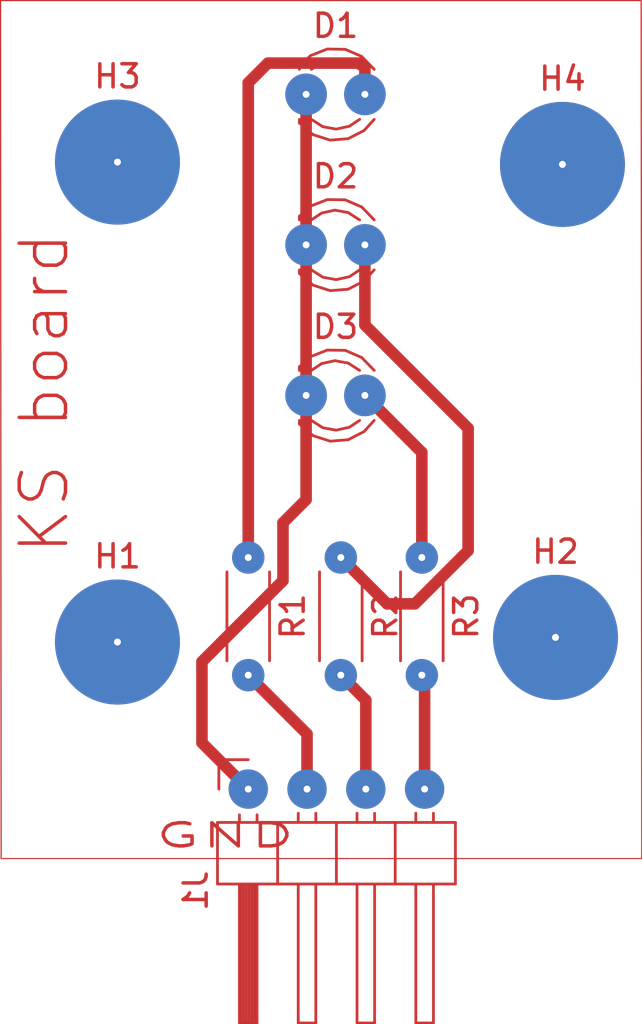
<source format=kicad_pcb>
(kicad_pcb (version 4) (host Gerbview "(5.1.6)-1")

  (layers 
    (0 F.Cu signal)
    (31 B.Cu signal)
    (32 B.Adhes user)
    (33 F.Adhes user)
    (34 B.Paste user)
    (35 F.Paste user)
    (36 B.SilkS user)
    (37 F.SilkS user)
    (38 B.Mask user)
    (39 F.Mask user)
    (40 Dwgs.User user)
    (41 Cmts.User user)
    (42 Eco1.User user)
    (43 Eco2.User user)
    (44 Edge.Cuts user)
  )

 (via (at 147.575 79.02500000000001) (size 5.4) (layers F.Cu B.Cu))
 (via (at 128.35 78.925) (size 5.4) (layers F.Cu B.Cu))
 (via (at 147.275 99.45) (size 5.4) (layers F.Cu B.Cu))
 (via (at 128.35 99.65000000000001) (size 5.4) (layers F.Cu B.Cu))
 (via (at 141.62 106) (size 1.7) (layers F.Cu B.Cu))
 (via (at 139.08 106) (size 1.7) (layers F.Cu B.Cu))
 (via (at 136.54 106) (size 1.7) (layers F.Cu B.Cu))
 (via (at 134 106) (size 1.7) (layers F.Cu B.Cu))
 (via (at 141.5 101.08) (size 1.4) (layers F.Cu B.Cu))
 (via (at 141.5 96) (size 1.4) (layers F.Cu B.Cu))
 (via (at 138 101.08) (size 1.4) (layers F.Cu B.Cu))
 (via (at 138 96) (size 1.4) (layers F.Cu B.Cu))
 (via (at 134 101.08) (size 1.4) (layers F.Cu B.Cu))
 (via (at 134 96) (size 1.4) (layers F.Cu B.Cu))
 (via (at 139.04 89) (size 1.8) (layers F.Cu B.Cu))
 (via (at 136.5 89) (size 1.8) (layers F.Cu B.Cu))
 (via (at 139.04 82.5) (size 1.8) (layers F.Cu B.Cu))
 (via (at 136.5 82.5) (size 1.8) (layers F.Cu B.Cu))
 (via (at 139.04 76) (size 1.8) (layers F.Cu B.Cu))
 (via (at 136.5 76) (size 1.8) (layers F.Cu B.Cu))
(segment (start 132.67 107.44) (end 142.95 107.44) (width 0.12) (layer F.Cu) (net 0))
(segment (start 142.95 107.44) (end 142.95 110.1) (width 0.12) (layer F.Cu) (net 0))
(segment (start 142.95 110.1) (end 132.67 110.1) (width 0.12) (layer F.Cu) (net 0))
(segment (start 132.67 110.1) (end 132.67 107.44) (width 0.12) (layer F.Cu) (net 0))
(segment (start 133.62 110.1) (end 133.62 116.1) (width 0.12) (layer F.Cu) (net 0))
(segment (start 133.62 116.1) (end 134.38 116.1) (width 0.12) (layer F.Cu) (net 0))
(segment (start 134.38 116.1) (end 134.38 110.1) (width 0.12) (layer F.Cu) (net 0))
(segment (start 133.68 110.1) (end 133.68 116.1) (width 0.12) (layer F.Cu) (net 0))
(segment (start 133.8 110.1) (end 133.8 116.1) (width 0.12) (layer F.Cu) (net 0))
(segment (start 133.92 110.1) (end 133.92 116.1) (width 0.12) (layer F.Cu) (net 0))
(segment (start 134.04 110.1) (end 134.04 116.1) (width 0.12) (layer F.Cu) (net 0))
(segment (start 134.16 110.1) (end 134.16 116.1) (width 0.12) (layer F.Cu) (net 0))
(segment (start 134.28 110.1) (end 134.28 116.1) (width 0.12) (layer F.Cu) (net 0))
(segment (start 133.62 107.11) (end 133.62 107.44) (width 0.12) (layer F.Cu) (net 0))
(segment (start 134.38 107.11) (end 134.38 107.44) (width 0.12) (layer F.Cu) (net 0))
(segment (start 135.27 107.44) (end 135.27 110.1) (width 0.12) (layer F.Cu) (net 0))
(segment (start 136.16 110.1) (end 136.16 116.1) (width 0.12) (layer F.Cu) (net 0))
(segment (start 136.16 116.1) (end 136.92 116.1) (width 0.12) (layer F.Cu) (net 0))
(segment (start 136.92 116.1) (end 136.92 110.1) (width 0.12) (layer F.Cu) (net 0))
(segment (start 136.16 107.04293) (end 136.16 107.44) (width 0.12) (layer F.Cu) (net 0))
(segment (start 136.92 107.04293) (end 136.92 107.44) (width 0.12) (layer F.Cu) (net 0))
(segment (start 137.81 107.44) (end 137.81 110.1) (width 0.12) (layer F.Cu) (net 0))
(segment (start 138.7 110.1) (end 138.7 116.1) (width 0.12) (layer F.Cu) (net 0))
(segment (start 138.7 116.1) (end 139.46 116.1) (width 0.12) (layer F.Cu) (net 0))
(segment (start 139.46 116.1) (end 139.46 110.1) (width 0.12) (layer F.Cu) (net 0))
(segment (start 138.7 107.04293) (end 138.7 107.44) (width 0.12) (layer F.Cu) (net 0))
(segment (start 139.46 107.04293) (end 139.46 107.44) (width 0.12) (layer F.Cu) (net 0))
(segment (start 140.35 107.44) (end 140.35 110.1) (width 0.12) (layer F.Cu) (net 0))
(segment (start 141.24 110.1) (end 141.24 116.1) (width 0.12) (layer F.Cu) (net 0))
(segment (start 141.24 116.1) (end 142 116.1) (width 0.12) (layer F.Cu) (net 0))
(segment (start 142 116.1) (end 142 110.1) (width 0.12) (layer F.Cu) (net 0))
(segment (start 141.24 107.04293) (end 141.24 107.44) (width 0.12) (layer F.Cu) (net 0))
(segment (start 142 107.04293) (end 142 107.44) (width 0.12) (layer F.Cu) (net 0))
(segment (start 134 104.73) (end 132.73 104.73) (width 0.12) (layer F.Cu) (net 0))
(segment (start 132.73 104.73) (end 132.73 106) (width 0.12) (layer F.Cu) (net 0))
(segment (start 131.18238 110.05167) (end 131.89667 110.05167) (width 0.15) (layer F.Cu) (net 0))
(segment (start 131.89667 110.05167) (end 132.03952 110.00405) (width 0.15) (layer F.Cu) (net 0))
(segment (start 132.03952 110.00405) (end 132.13476 109.90881) (width 0.15) (layer F.Cu) (net 0))
(segment (start 132.13476 109.90881) (end 132.18238 109.76595) (width 0.15) (layer F.Cu) (net 0))
(segment (start 132.18238 109.76595) (end 132.18238 109.67071) (width 0.15) (layer F.Cu) (net 0))
(segment (start 132.18238 111.05167) (end 132.18238 110.48024) (width 0.15) (layer F.Cu) (net 0))
(segment (start 132.18238 110.76595) (end 131.18238 110.76595) (width 0.15) (layer F.Cu) (net 0))
(segment (start 131.18238 110.76595) (end 131.32524 110.67071) (width 0.15) (layer F.Cu) (net 0))
(segment (start 131.32524 110.67071) (end 131.42048 110.57548) (width 0.15) (layer F.Cu) (net 0))
(segment (start 131.42048 110.57548) (end 131.4681 110.48024) (width 0.15) (layer F.Cu) (net 0))
(segment (start 123.325 109) (end 123.3 71.95) (width 0.05) (layer F.Cu) (net 0))
(segment (start 151 109) (end 123.325 109) (width 0.05) (layer F.Cu) (net 0))
(segment (start 150.975 71.95) (end 151 109) (width 0.05) (layer F.Cu) (net 0))
(segment (start 123.3 71.95) (end 150.975 71.95) (width 0.05) (layer F.Cu) (net 0))
(segment (start 134 96) (end 134 75.5) (width 0.5) (layer F.Cu) (net 0))
(segment (start 134.85 74.65000000000001) (end 138.85 74.65000000000001) (width 0.5) (layer F.Cu) (net 0))
(segment (start 134 75.5) (end 134.85 74.65000000000001) (width 0.5) (layer F.Cu) (net 0))
(segment (start 139.04 74.84) (end 139.04 76) (width 0.5) (layer F.Cu) (net 0))
(segment (start 138.85 74.65000000000001) (end 139.04 74.84) (width 0.5) (layer F.Cu) (net 0))
(segment (start 136.5 76) (end 136.5 82.5) (width 0.5) (layer F.Cu) (net 0))
(segment (start 136.5 82.5) (end 136.5 89) (width 0.5) (layer F.Cu) (net 0))
(segment (start 136.5 89) (end 136.5 93.5) (width 0.5) (layer F.Cu) (net 0))
(segment (start 136.5 93.5) (end 135.5 94.5) (width 0.5) (layer F.Cu) (net 0))
(segment (start 135.5 94.5) (end 135.5 97) (width 0.5) (layer F.Cu) (net 0))
(segment (start 135.5 97) (end 132 100.5) (width 0.5) (layer F.Cu) (net 0))
(segment (start 132 104) (end 134 106) (width 0.5) (layer F.Cu) (net 0))
(segment (start 132 100.5) (end 132 104) (width 0.5) (layer F.Cu) (net 0))
(segment (start 139.04 82.5) (end 139.04 85.95999999999999) (width 0.5) (layer F.Cu) (net 0))
(segment (start 139.04 85.95999999999999) (end 143.5 90.42) (width 0.5) (layer F.Cu) (net 0))
(segment (start 143.5 95.702) (end 141.202 98) (width 0.5) (layer F.Cu) (net 0))
(segment (start 143.5 90.42) (end 143.5 95.702) (width 0.5) (layer F.Cu) (net 0))
(segment (start 140 98) (end 138 96) (width 0.5) (layer F.Cu) (net 0))
(segment (start 141.202 98) (end 140 98) (width 0.5) (layer F.Cu) (net 0))
(segment (start 141.5 91.45999999999999) (end 139.04 89) (width 0.5) (layer F.Cu) (net 0))
(segment (start 141.5 96) (end 141.5 91.45999999999999) (width 0.5) (layer F.Cu) (net 0))
(segment (start 141.62 101.2) (end 141.5 101.08) (width 0.5) (layer F.Cu) (net 0))
(segment (start 141.62 106) (end 141.62 101.2) (width 0.5) (layer F.Cu) (net 0))
(segment (start 139.08 102.16) (end 138 101.08) (width 0.5) (layer F.Cu) (net 0))
(segment (start 139.08 106) (end 139.08 102.16) (width 0.5) (layer F.Cu) (net 0))
(segment (start 136.54 103.62) (end 134 101.08) (width 0.5) (layer F.Cu) (net 0))
(segment (start 136.54 106) (end 136.54 103.62) (width 0.5) (layer F.Cu) (net 0))
(segment (start 126.10476 95.37618999999999) (end 124.10476 95.37618999999999) (width 0.15) (layer F.Cu) (net 0))
(segment (start 126.10476 94.23333) (end 124.9619 95.09048) (width 0.15) (layer F.Cu) (net 0))
(segment (start 124.10476 94.23333) (end 125.24762 95.37618999999999) (width 0.15) (layer F.Cu) (net 0))
(segment (start 126.00952 93.47143) (end 126.10476 93.18571) (width 0.15) (layer F.Cu) (net 0))
(segment (start 126.10476 93.18571) (end 126.10476 92.70952) (width 0.15) (layer F.Cu) (net 0))
(segment (start 126.10476 92.70952) (end 126.00952 92.51904999999999) (width 0.15) (layer F.Cu) (net 0))
(segment (start 126.00952 92.51904999999999) (end 125.91429 92.42381) (width 0.15) (layer F.Cu) (net 0))
(segment (start 125.91429 92.42381) (end 125.72381 92.32857) (width 0.15) (layer F.Cu) (net 0))
(segment (start 125.72381 92.32857) (end 125.53333 92.32857) (width 0.15) (layer F.Cu) (net 0))
(segment (start 125.53333 92.32857) (end 125.34286 92.42381) (width 0.15) (layer F.Cu) (net 0))
(segment (start 125.34286 92.42381) (end 125.24762 92.51904999999999) (width 0.15) (layer F.Cu) (net 0))
(segment (start 125.24762 92.51904999999999) (end 125.15238 92.70952) (width 0.15) (layer F.Cu) (net 0))
(segment (start 125.15238 92.70952) (end 125.05714 93.09048) (width 0.15) (layer F.Cu) (net 0))
(segment (start 125.05714 93.09048) (end 124.9619 93.28095) (width 0.15) (layer F.Cu) (net 0))
(segment (start 124.9619 93.28095) (end 124.86667 93.37618999999999) (width 0.15) (layer F.Cu) (net 0))
(segment (start 124.86667 93.37618999999999) (end 124.67619 93.47143) (width 0.15) (layer F.Cu) (net 0))
(segment (start 124.67619 93.47143) (end 124.48571 93.47143) (width 0.15) (layer F.Cu) (net 0))
(segment (start 124.48571 93.47143) (end 124.29524 93.37618999999999) (width 0.15) (layer F.Cu) (net 0))
(segment (start 124.29524 93.37618999999999) (end 124.2 93.28095) (width 0.15) (layer F.Cu) (net 0))
(segment (start 124.2 93.28095) (end 124.10476 93.09048) (width 0.15) (layer F.Cu) (net 0))
(segment (start 124.10476 93.09048) (end 124.10476 92.61429) (width 0.15) (layer F.Cu) (net 0))
(segment (start 124.10476 92.61429) (end 124.2 92.32857) (width 0.15) (layer F.Cu) (net 0))
(segment (start 126.10476 89.94762) (end 124.10476 89.94762) (width 0.15) (layer F.Cu) (net 0))
(segment (start 124.86667 89.94762) (end 124.77143 89.75714000000001) (width 0.15) (layer F.Cu) (net 0))
(segment (start 124.77143 89.75714000000001) (end 124.77143 89.37618999999999) (width 0.15) (layer F.Cu) (net 0))
(segment (start 124.77143 89.37618999999999) (end 124.86667 89.18571) (width 0.15) (layer F.Cu) (net 0))
(segment (start 124.86667 89.18571) (end 124.9619 89.09048) (width 0.15) (layer F.Cu) (net 0))
(segment (start 124.9619 89.09048) (end 125.15238 88.99524) (width 0.15) (layer F.Cu) (net 0))
(segment (start 125.15238 88.99524) (end 125.72381 88.99524) (width 0.15) (layer F.Cu) (net 0))
(segment (start 125.72381 88.99524) (end 125.91429 89.09048) (width 0.15) (layer F.Cu) (net 0))
(segment (start 125.91429 89.09048) (end 126.00952 89.18571) (width 0.15) (layer F.Cu) (net 0))
(segment (start 126.00952 89.18571) (end 126.10476 89.37618999999999) (width 0.15) (layer F.Cu) (net 0))
(segment (start 126.10476 89.37618999999999) (end 126.10476 89.75714000000001) (width 0.15) (layer F.Cu) (net 0))
(segment (start 126.10476 89.75714000000001) (end 126.00952 89.94762) (width 0.15) (layer F.Cu) (net 0))
(segment (start 126.10476 87.85238) (end 126.00952 88.04286) (width 0.15) (layer F.Cu) (net 0))
(segment (start 126.00952 88.04286) (end 125.91429 88.13809999999999) (width 0.15) (layer F.Cu) (net 0))
(segment (start 125.91429 88.13809999999999) (end 125.72381 88.23333) (width 0.15) (layer F.Cu) (net 0))
(segment (start 125.72381 88.23333) (end 125.15238 88.23333) (width 0.15) (layer F.Cu) (net 0))
(segment (start 125.15238 88.23333) (end 124.9619 88.13809999999999) (width 0.15) (layer F.Cu) (net 0))
(segment (start 124.9619 88.13809999999999) (end 124.86667 88.04286) (width 0.15) (layer F.Cu) (net 0))
(segment (start 124.86667 88.04286) (end 124.77143 87.85238) (width 0.15) (layer F.Cu) (net 0))
(segment (start 124.77143 87.85238) (end 124.77143 87.56667) (width 0.15) (layer F.Cu) (net 0))
(segment (start 124.77143 87.56667) (end 124.86667 87.37618999999999) (width 0.15) (layer F.Cu) (net 0))
(segment (start 124.86667 87.37618999999999) (end 124.9619 87.28095) (width 0.15) (layer F.Cu) (net 0))
(segment (start 124.9619 87.28095) (end 125.15238 87.18571) (width 0.15) (layer F.Cu) (net 0))
(segment (start 125.15238 87.18571) (end 125.72381 87.18571) (width 0.15) (layer F.Cu) (net 0))
(segment (start 125.72381 87.18571) (end 125.91429 87.28095) (width 0.15) (layer F.Cu) (net 0))
(segment (start 125.91429 87.28095) (end 126.00952 87.37618999999999) (width 0.15) (layer F.Cu) (net 0))
(segment (start 126.00952 87.37618999999999) (end 126.10476 87.56667) (width 0.15) (layer F.Cu) (net 0))
(segment (start 126.10476 87.56667) (end 126.10476 87.85238) (width 0.15) (layer F.Cu) (net 0))
(segment (start 126.10476 85.47143) (end 125.05714 85.47143) (width 0.15) (layer F.Cu) (net 0))
(segment (start 125.05714 85.47143) (end 124.86667 85.56667) (width 0.15) (layer F.Cu) (net 0))
(segment (start 124.86667 85.56667) (end 124.77143 85.75714000000001) (width 0.15) (layer F.Cu) (net 0))
(segment (start 124.77143 85.75714000000001) (end 124.77143 86.13809999999999) (width 0.15) (layer F.Cu) (net 0))
(segment (start 124.77143 86.13809999999999) (end 124.86667 86.32857) (width 0.15) (layer F.Cu) (net 0))
(segment (start 126.00952 85.47143) (end 126.10476 85.6619) (width 0.15) (layer F.Cu) (net 0))
(segment (start 126.10476 85.6619) (end 126.10476 86.13809999999999) (width 0.15) (layer F.Cu) (net 0))
(segment (start 126.10476 86.13809999999999) (end 126.00952 86.32857) (width 0.15) (layer F.Cu) (net 0))
(segment (start 126.00952 86.32857) (end 125.81905 86.42381) (width 0.15) (layer F.Cu) (net 0))
(segment (start 125.81905 86.42381) (end 125.62857 86.42381) (width 0.15) (layer F.Cu) (net 0))
(segment (start 125.62857 86.42381) (end 125.4381 86.32857) (width 0.15) (layer F.Cu) (net 0))
(segment (start 125.4381 86.32857) (end 125.34286 86.13809999999999) (width 0.15) (layer F.Cu) (net 0))
(segment (start 125.34286 86.13809999999999) (end 125.34286 85.6619) (width 0.15) (layer F.Cu) (net 0))
(segment (start 125.34286 85.6619) (end 125.24762 85.47143) (width 0.15) (layer F.Cu) (net 0))
(segment (start 126.10476 84.51904999999999) (end 124.77143 84.51904999999999) (width 0.15) (layer F.Cu) (net 0))
(segment (start 125.15238 84.51904999999999) (end 124.9619 84.42381) (width 0.15) (layer F.Cu) (net 0))
(segment (start 124.9619 84.42381) (end 124.86667 84.32857) (width 0.15) (layer F.Cu) (net 0))
(segment (start 124.86667 84.32857) (end 124.77143 84.13809999999999) (width 0.15) (layer F.Cu) (net 0))
(segment (start 124.77143 84.13809999999999) (end 124.77143 83.94762) (width 0.15) (layer F.Cu) (net 0))
(segment (start 126.10476 82.42381) (end 124.10476 82.42381) (width 0.15) (layer F.Cu) (net 0))
(segment (start 126.00952 82.42381) (end 126.10476 82.61429) (width 0.15) (layer F.Cu) (net 0))
(segment (start 126.10476 82.61429) (end 126.10476 82.99524) (width 0.15) (layer F.Cu) (net 0))
(segment (start 126.10476 82.99524) (end 126.00952 83.18571) (width 0.15) (layer F.Cu) (net 0))
(segment (start 126.00952 83.18571) (end 125.91429 83.28095) (width 0.15) (layer F.Cu) (net 0))
(segment (start 125.91429 83.28095) (end 125.72381 83.37618999999999) (width 0.15) (layer F.Cu) (net 0))
(segment (start 125.72381 83.37618999999999) (end 125.15238 83.37618999999999) (width 0.15) (layer F.Cu) (net 0))
(segment (start 125.15238 83.37618999999999) (end 124.9619 83.28095) (width 0.15) (layer F.Cu) (net 0))
(segment (start 124.9619 83.28095) (end 124.86667 83.18571) (width 0.15) (layer F.Cu) (net 0))
(segment (start 124.86667 83.18571) (end 124.77143 82.99524) (width 0.15) (layer F.Cu) (net 0))
(segment (start 124.77143 82.99524) (end 124.77143 82.61429) (width 0.15) (layer F.Cu) (net 0))
(segment (start 124.77143 82.61429) (end 124.86667 82.42381) (width 0.15) (layer F.Cu) (net 0))
(segment (start 131.47619 107.5) (end 131.28571 107.45238) (width 0.15) (layer F.Cu) (net 0))
(segment (start 131.28571 107.45238) (end 131 107.45238) (width 0.15) (layer F.Cu) (net 0))
(segment (start 131 107.45238) (end 130.71429 107.5) (width 0.15) (layer F.Cu) (net 0))
(segment (start 130.71429 107.5) (end 130.52381 107.59524) (width 0.15) (layer F.Cu) (net 0))
(segment (start 130.52381 107.59524) (end 130.42857 107.69048) (width 0.15) (layer F.Cu) (net 0))
(segment (start 130.42857 107.69048) (end 130.33333 107.88095) (width 0.15) (layer F.Cu) (net 0))
(segment (start 130.33333 107.88095) (end 130.33333 108.02381) (width 0.15) (layer F.Cu) (net 0))
(segment (start 130.33333 108.02381) (end 130.42857 108.21429) (width 0.15) (layer F.Cu) (net 0))
(segment (start 130.42857 108.21429) (end 130.52381 108.30952) (width 0.15) (layer F.Cu) (net 0))
(segment (start 130.52381 108.30952) (end 130.71429 108.40476) (width 0.15) (layer F.Cu) (net 0))
(segment (start 130.71429 108.40476) (end 131 108.45238) (width 0.15) (layer F.Cu) (net 0))
(segment (start 131 108.45238) (end 131.19048 108.45238) (width 0.15) (layer F.Cu) (net 0))
(segment (start 131.19048 108.45238) (end 131.47619 108.40476) (width 0.15) (layer F.Cu) (net 0))
(segment (start 131.47619 108.40476) (end 131.57143 108.35714) (width 0.15) (layer F.Cu) (net 0))
(segment (start 131.57143 108.35714) (end 131.57143 108.02381) (width 0.15) (layer F.Cu) (net 0))
(segment (start 131.57143 108.02381) (end 131.19048 108.02381) (width 0.15) (layer F.Cu) (net 0))
(segment (start 132.42857 108.45238) (end 132.42857 107.45238) (width 0.15) (layer F.Cu) (net 0))
(segment (start 132.42857 107.45238) (end 133.57143 108.45238) (width 0.15) (layer F.Cu) (net 0))
(segment (start 133.57143 108.45238) (end 133.57143 107.45238) (width 0.15) (layer F.Cu) (net 0))
(segment (start 134.52381 108.45238) (end 134.52381 107.45238) (width 0.15) (layer F.Cu) (net 0))
(segment (start 134.52381 107.45238) (end 135 107.45238) (width 0.15) (layer F.Cu) (net 0))
(segment (start 135 107.45238) (end 135.28571 107.5) (width 0.15) (layer F.Cu) (net 0))
(segment (start 135.28571 107.5) (end 135.47619 107.59524) (width 0.15) (layer F.Cu) (net 0))
(segment (start 135.47619 107.59524) (end 135.57143 107.69048) (width 0.15) (layer F.Cu) (net 0))
(segment (start 135.57143 107.69048) (end 135.66667 107.88095) (width 0.15) (layer F.Cu) (net 0))
(segment (start 135.66667 107.88095) (end 135.66667 108.02381) (width 0.15) (layer F.Cu) (net 0))
(segment (start 135.66667 108.02381) (end 135.57143 108.21429) (width 0.15) (layer F.Cu) (net 0))
(segment (start 135.57143 108.21429) (end 135.47619 108.30952) (width 0.15) (layer F.Cu) (net 0))
(segment (start 135.47619 108.30952) (end 135.28571 108.40476) (width 0.15) (layer F.Cu) (net 0))
(segment (start 135.28571 108.40476) (end 135 108.45238) (width 0.15) (layer F.Cu) (net 0))
(segment (start 135 108.45238) (end 134.52381 108.45238) (width 0.15) (layer F.Cu) (net 0))
(segment (start 142.42 96.62) (end 142.42 100.46) (width 0.12) (layer F.Cu) (net 0))
(segment (start 140.58 96.62) (end 140.58 100.46) (width 0.12) (layer F.Cu) (net 0))
(segment (start 138.92 96.62) (end 138.92 100.46) (width 0.12) (layer F.Cu) (net 0))
(segment (start 137.08 96.62) (end 137.08 100.46) (width 0.12) (layer F.Cu) (net 0))
(segment (start 134.92 96.62) (end 134.92 100.46) (width 0.12) (layer F.Cu) (net 0))
(segment (start 133.08 96.62) (end 133.08 100.46) (width 0.12) (layer F.Cu) (net 0))
(segment (start 136.72904 90.08) (end 137.22158 90.39615000000001) (width 0.12) (layer F.Cu) (net 0))
(segment (start 137.22158 90.39615000000001) (end 137.79761 90.49975000000001) (width 0.12) (layer F.Cu) (net 0))
(segment (start 137.79761 90.49975000000001) (end 138.36943 90.37502000000001) (width 0.12) (layer F.Cu) (net 0))
(segment (start 138.36943 90.37502000000001) (end 138.81113 90.07984) (width 0.12) (layer F.Cu) (net 0))
(segment (start 138.81113 87.92016) (end 138.31864 87.60393000000001) (width 0.12) (layer F.Cu) (net 0))
(segment (start 138.31864 87.60393000000001) (end 137.74263 87.50024999999999) (width 0.12) (layer F.Cu) (net 0))
(segment (start 137.74263 87.50024999999999) (end 137.17078 87.62488) (width 0.12) (layer F.Cu) (net 0))
(segment (start 137.17078 87.62488) (end 136.72904 87.92) (width 0.12) (layer F.Cu) (net 0))
(segment (start 136.21 90.23551999999999) (end 136.80156 90.73846) (width 0.12) (layer F.Cu) (net 0))
(segment (start 136.80156 90.73846) (end 137.54056 90.97673) (width 0.12) (layer F.Cu) (net 0))
(segment (start 137.54056 90.97673) (end 138.31449 90.91407) (width 0.12) (layer F.Cu) (net 0))
(segment (start 138.31449 90.91407) (end 139.00552 90.56) (width 0.12) (layer F.Cu) (net 0))
(segment (start 139.00552 90.56) (end 139.44234 90.07861) (width 0.12) (layer F.Cu) (net 0))
(segment (start 139.44234 87.92139) (end 138.90227 87.36351999999999) (width 0.12) (layer F.Cu) (net 0))
(segment (start 138.90227 87.36351999999999) (end 138.18983 87.05477999999999) (width 0.12) (layer F.Cu) (net 0))
(segment (start 138.18983 87.05477999999999) (end 137.41347 87.04219000000001) (width 0.12) (layer F.Cu) (net 0))
(segment (start 137.41347 87.04219000000001) (end 136.69139 87.32765999999999) (width 0.12) (layer F.Cu) (net 0))
(segment (start 136.69139 87.32765999999999) (end 136.21 87.76448000000001) (width 0.12) (layer F.Cu) (net 0))
(segment (start 136.21 87.764) (end 136.21 87.92) (width 0.12) (layer F.Cu) (net 0))
(segment (start 136.21 90.08) (end 136.21 90.236) (width 0.12) (layer F.Cu) (net 0))
(segment (start 136.72904 83.58) (end 137.22158 83.89615000000001) (width 0.12) (layer F.Cu) (net 0))
(segment (start 137.22158 83.89615000000001) (end 137.79761 83.99975000000001) (width 0.12) (layer F.Cu) (net 0))
(segment (start 137.79761 83.99975000000001) (end 138.36943 83.87502000000001) (width 0.12) (layer F.Cu) (net 0))
(segment (start 138.36943 83.87502000000001) (end 138.81113 83.57984) (width 0.12) (layer F.Cu) (net 0))
(segment (start 138.81113 81.42016) (end 138.31864 81.10393000000001) (width 0.12) (layer F.Cu) (net 0))
(segment (start 138.31864 81.10393000000001) (end 137.74263 81.00024999999999) (width 0.12) (layer F.Cu) (net 0))
(segment (start 137.74263 81.00024999999999) (end 137.17078 81.12488) (width 0.12) (layer F.Cu) (net 0))
(segment (start 137.17078 81.12488) (end 136.72904 81.42) (width 0.12) (layer F.Cu) (net 0))
(segment (start 136.21 83.73551999999999) (end 136.80156 84.23846) (width 0.12) (layer F.Cu) (net 0))
(segment (start 136.80156 84.23846) (end 137.54056 84.47673) (width 0.12) (layer F.Cu) (net 0))
(segment (start 137.54056 84.47673) (end 138.31449 84.41407) (width 0.12) (layer F.Cu) (net 0))
(segment (start 138.31449 84.41407) (end 139.00552 84.06) (width 0.12) (layer F.Cu) (net 0))
(segment (start 139.00552 84.06) (end 139.44234 83.57861) (width 0.12) (layer F.Cu) (net 0))
(segment (start 139.44234 81.42139) (end 138.90227 80.86351999999999) (width 0.12) (layer F.Cu) (net 0))
(segment (start 138.90227 80.86351999999999) (end 138.18983 80.55477999999999) (width 0.12) (layer F.Cu) (net 0))
(segment (start 138.18983 80.55477999999999) (end 137.41347 80.54219000000001) (width 0.12) (layer F.Cu) (net 0))
(segment (start 137.41347 80.54219000000001) (end 136.69139 80.82765999999999) (width 0.12) (layer F.Cu) (net 0))
(segment (start 136.69139 80.82765999999999) (end 136.21 81.26448000000001) (width 0.12) (layer F.Cu) (net 0))
(segment (start 136.21 81.264) (end 136.21 81.42) (width 0.12) (layer F.Cu) (net 0))
(segment (start 136.21 83.58) (end 136.21 83.736) (width 0.12) (layer F.Cu) (net 0))
(segment (start 136.72904 77.08) (end 137.22158 77.39615000000001) (width 0.12) (layer F.Cu) (net 0))
(segment (start 137.22158 77.39615000000001) (end 137.79761 77.49975000000001) (width 0.12) (layer F.Cu) (net 0))
(segment (start 137.79761 77.49975000000001) (end 138.36943 77.37502000000001) (width 0.12) (layer F.Cu) (net 0))
(segment (start 138.36943 77.37502000000001) (end 138.81113 77.07984) (width 0.12) (layer F.Cu) (net 0))
(segment (start 138.81113 74.92016) (end 138.31864 74.60393000000001) (width 0.12) (layer F.Cu) (net 0))
(segment (start 138.31864 74.60393000000001) (end 137.74263 74.50024999999999) (width 0.12) (layer F.Cu) (net 0))
(segment (start 137.74263 74.50024999999999) (end 137.17078 74.62488) (width 0.12) (layer F.Cu) (net 0))
(segment (start 137.17078 74.62488) (end 136.72904 74.92) (width 0.12) (layer F.Cu) (net 0))
(segment (start 136.21 77.23551999999999) (end 136.80156 77.73846) (width 0.12) (layer F.Cu) (net 0))
(segment (start 136.80156 77.73846) (end 137.54056 77.97673) (width 0.12) (layer F.Cu) (net 0))
(segment (start 137.54056 77.97673) (end 138.31449 77.91407) (width 0.12) (layer F.Cu) (net 0))
(segment (start 138.31449 77.91407) (end 139.00552 77.56) (width 0.12) (layer F.Cu) (net 0))
(segment (start 139.00552 77.56) (end 139.44234 77.07861) (width 0.12) (layer F.Cu) (net 0))
(segment (start 139.44234 74.92139) (end 138.90227 74.36351999999999) (width 0.12) (layer F.Cu) (net 0))
(segment (start 138.90227 74.36351999999999) (end 138.18983 74.05477999999999) (width 0.12) (layer F.Cu) (net 0))
(segment (start 138.18983 74.05477999999999) (end 137.41347 74.04219000000001) (width 0.12) (layer F.Cu) (net 0))
(segment (start 137.41347 74.04219000000001) (end 136.69139 74.32765999999999) (width 0.12) (layer F.Cu) (net 0))
(segment (start 136.69139 74.32765999999999) (end 136.21 74.76448000000001) (width 0.12) (layer F.Cu) (net 0))
(segment (start 136.21 74.764) (end 136.21 74.92) (width 0.12) (layer F.Cu) (net 0))
(segment (start 136.21 77.08) (end 136.21 77.236) (width 0.12) (layer F.Cu) (net 0))
(segment (start 146.8131 75.77737999999999) (end 146.8131 74.77737999999999) (width 0.15) (layer F.Cu) (net 0))
(segment (start 146.8131 75.25357) (end 147.38452 75.25357) (width 0.15) (layer F.Cu) (net 0))
(segment (start 147.38452 75.77737999999999) (end 147.38452 74.77737999999999) (width 0.15) (layer F.Cu) (net 0))
(segment (start 148.28929 75.11071) (end 148.28929 75.77737999999999) (width 0.15) (layer F.Cu) (net 0))
(segment (start 148.05119 74.72976) (end 147.8131 75.44405) (width 0.15) (layer F.Cu) (net 0))
(segment (start 147.8131 75.44405) (end 148.43214 75.44405) (width 0.15) (layer F.Cu) (net 0))
(segment (start 127.5881 75.67738) (end 127.5881 74.67738) (width 0.15) (layer F.Cu) (net 0))
(segment (start 127.5881 75.15357) (end 128.15952 75.15357) (width 0.15) (layer F.Cu) (net 0))
(segment (start 128.15952 75.67738) (end 128.15952 74.67738) (width 0.15) (layer F.Cu) (net 0))
(segment (start 128.54048 74.67738) (end 129.15952 74.67738) (width 0.15) (layer F.Cu) (net 0))
(segment (start 129.15952 74.67738) (end 128.82619 75.05833) (width 0.15) (layer F.Cu) (net 0))
(segment (start 128.82619 75.05833) (end 128.96905 75.05833) (width 0.15) (layer F.Cu) (net 0))
(segment (start 128.96905 75.05833) (end 129.06429 75.10595000000001) (width 0.15) (layer F.Cu) (net 0))
(segment (start 129.06429 75.10595000000001) (end 129.1119 75.15357) (width 0.15) (layer F.Cu) (net 0))
(segment (start 129.1119 75.15357) (end 129.15952 75.24881000000001) (width 0.15) (layer F.Cu) (net 0))
(segment (start 129.15952 75.24881000000001) (end 129.15952 75.48690000000001) (width 0.15) (layer F.Cu) (net 0))
(segment (start 129.15952 75.48690000000001) (end 129.1119 75.58214) (width 0.15) (layer F.Cu) (net 0))
(segment (start 129.1119 75.58214) (end 129.06429 75.62976) (width 0.15) (layer F.Cu) (net 0))
(segment (start 129.06429 75.62976) (end 128.96905 75.67738) (width 0.15) (layer F.Cu) (net 0))
(segment (start 128.96905 75.67738) (end 128.68333 75.67738) (width 0.15) (layer F.Cu) (net 0))
(segment (start 128.68333 75.67738) (end 128.5881 75.62976) (width 0.15) (layer F.Cu) (net 0))
(segment (start 128.5881 75.62976) (end 128.54048 75.58214) (width 0.15) (layer F.Cu) (net 0))
(segment (start 146.5131 96.20238000000001) (end 146.5131 95.20238000000001) (width 0.15) (layer F.Cu) (net 0))
(segment (start 146.5131 95.67856999999999) (end 147.08452 95.67856999999999) (width 0.15) (layer F.Cu) (net 0))
(segment (start 147.08452 96.20238000000001) (end 147.08452 95.20238000000001) (width 0.15) (layer F.Cu) (net 0))
(segment (start 147.5131 95.29761999999999) (end 147.56071 95.25) (width 0.15) (layer F.Cu) (net 0))
(segment (start 147.56071 95.25) (end 147.65595 95.20238000000001) (width 0.15) (layer F.Cu) (net 0))
(segment (start 147.65595 95.20238000000001) (end 147.89405 95.20238000000001) (width 0.15) (layer F.Cu) (net 0))
(segment (start 147.89405 95.20238000000001) (end 147.98929 95.25) (width 0.15) (layer F.Cu) (net 0))
(segment (start 147.98929 95.25) (end 148.0369 95.29761999999999) (width 0.15) (layer F.Cu) (net 0))
(segment (start 148.0369 95.29761999999999) (end 148.08452 95.39286) (width 0.15) (layer F.Cu) (net 0))
(segment (start 148.08452 95.39286) (end 148.08452 95.4881) (width 0.15) (layer F.Cu) (net 0))
(segment (start 148.08452 95.4881) (end 148.0369 95.63095) (width 0.15) (layer F.Cu) (net 0))
(segment (start 148.0369 95.63095) (end 147.46548 96.20238000000001) (width 0.15) (layer F.Cu) (net 0))
(segment (start 147.46548 96.20238000000001) (end 148.08452 96.20238000000001) (width 0.15) (layer F.Cu) (net 0))
(segment (start 127.5881 96.40237999999999) (end 127.5881 95.40237999999999) (width 0.15) (layer F.Cu) (net 0))
(segment (start 127.5881 95.87857) (end 128.15952 95.87857) (width 0.15) (layer F.Cu) (net 0))
(segment (start 128.15952 96.40237999999999) (end 128.15952 95.40237999999999) (width 0.15) (layer F.Cu) (net 0))
(segment (start 129.15952 96.40237999999999) (end 128.5881 96.40237999999999) (width 0.15) (layer F.Cu) (net 0))
(segment (start 128.87381 96.40237999999999) (end 128.87381 95.40237999999999) (width 0.15) (layer F.Cu) (net 0))
(segment (start 128.87381 95.40237999999999) (end 128.77857 95.54524000000001) (width 0.15) (layer F.Cu) (net 0))
(segment (start 128.77857 95.54524000000001) (end 128.68333 95.64048) (width 0.15) (layer F.Cu) (net 0))
(segment (start 128.68333 95.64048) (end 128.5881 95.68810000000001) (width 0.15) (layer F.Cu) (net 0))
(segment (start 143.87238 98.70667) (end 143.39619 99.04000000000001) (width 0.15) (layer F.Cu) (net 0))
(segment (start 143.87238 99.27809999999999) (end 142.87238 99.27809999999999) (width 0.15) (layer F.Cu) (net 0))
(segment (start 142.87238 99.27809999999999) (end 142.87238 98.89713999999999) (width 0.15) (layer F.Cu) (net 0))
(segment (start 142.87238 98.89713999999999) (end 142.92 98.8019) (width 0.15) (layer F.Cu) (net 0))
(segment (start 142.92 98.8019) (end 142.96762 98.75429) (width 0.15) (layer F.Cu) (net 0))
(segment (start 142.96762 98.75429) (end 143.06286 98.70667) (width 0.15) (layer F.Cu) (net 0))
(segment (start 143.06286 98.70667) (end 143.20571 98.70667) (width 0.15) (layer F.Cu) (net 0))
(segment (start 143.20571 98.70667) (end 143.30095 98.75429) (width 0.15) (layer F.Cu) (net 0))
(segment (start 143.30095 98.75429) (end 143.34857 98.8019) (width 0.15) (layer F.Cu) (net 0))
(segment (start 143.34857 98.8019) (end 143.39619 98.89713999999999) (width 0.15) (layer F.Cu) (net 0))
(segment (start 143.39619 98.89713999999999) (end 143.39619 99.27809999999999) (width 0.15) (layer F.Cu) (net 0))
(segment (start 142.87238 98.37333) (end 142.87238 97.75429) (width 0.15) (layer F.Cu) (net 0))
(segment (start 142.87238 97.75429) (end 143.25333 98.08762) (width 0.15) (layer F.Cu) (net 0))
(segment (start 143.25333 98.08762) (end 143.25333 97.94476) (width 0.15) (layer F.Cu) (net 0))
(segment (start 143.25333 97.94476) (end 143.30095 97.84952) (width 0.15) (layer F.Cu) (net 0))
(segment (start 143.30095 97.84952) (end 143.34857 97.8019) (width 0.15) (layer F.Cu) (net 0))
(segment (start 143.34857 97.8019) (end 143.44381 97.75429) (width 0.15) (layer F.Cu) (net 0))
(segment (start 143.44381 97.75429) (end 143.6819 97.75429) (width 0.15) (layer F.Cu) (net 0))
(segment (start 143.6819 97.75429) (end 143.77714 97.8019) (width 0.15) (layer F.Cu) (net 0))
(segment (start 143.77714 97.8019) (end 143.82476 97.84952) (width 0.15) (layer F.Cu) (net 0))
(segment (start 143.82476 97.84952) (end 143.87238 97.94476) (width 0.15) (layer F.Cu) (net 0))
(segment (start 143.87238 97.94476) (end 143.87238 98.23048) (width 0.15) (layer F.Cu) (net 0))
(segment (start 143.87238 98.23048) (end 143.82476 98.32571) (width 0.15) (layer F.Cu) (net 0))
(segment (start 143.82476 98.32571) (end 143.77714 98.37333) (width 0.15) (layer F.Cu) (net 0))
(segment (start 140.37238 98.70667) (end 139.89619 99.04000000000001) (width 0.15) (layer F.Cu) (net 0))
(segment (start 140.37238 99.27809999999999) (end 139.37238 99.27809999999999) (width 0.15) (layer F.Cu) (net 0))
(segment (start 139.37238 99.27809999999999) (end 139.37238 98.89713999999999) (width 0.15) (layer F.Cu) (net 0))
(segment (start 139.37238 98.89713999999999) (end 139.42 98.8019) (width 0.15) (layer F.Cu) (net 0))
(segment (start 139.42 98.8019) (end 139.46762 98.75429) (width 0.15) (layer F.Cu) (net 0))
(segment (start 139.46762 98.75429) (end 139.56286 98.70667) (width 0.15) (layer F.Cu) (net 0))
(segment (start 139.56286 98.70667) (end 139.70571 98.70667) (width 0.15) (layer F.Cu) (net 0))
(segment (start 139.70571 98.70667) (end 139.80095 98.75429) (width 0.15) (layer F.Cu) (net 0))
(segment (start 139.80095 98.75429) (end 139.84857 98.8019) (width 0.15) (layer F.Cu) (net 0))
(segment (start 139.84857 98.8019) (end 139.89619 98.89713999999999) (width 0.15) (layer F.Cu) (net 0))
(segment (start 139.89619 98.89713999999999) (end 139.89619 99.27809999999999) (width 0.15) (layer F.Cu) (net 0))
(segment (start 139.46762 98.32571) (end 139.42 98.27809999999999) (width 0.15) (layer F.Cu) (net 0))
(segment (start 139.42 98.27809999999999) (end 139.37238 98.18286000000001) (width 0.15) (layer F.Cu) (net 0))
(segment (start 139.37238 98.18286000000001) (end 139.37238 97.94476) (width 0.15) (layer F.Cu) (net 0))
(segment (start 139.37238 97.94476) (end 139.42 97.84952) (width 0.15) (layer F.Cu) (net 0))
(segment (start 139.42 97.84952) (end 139.46762 97.8019) (width 0.15) (layer F.Cu) (net 0))
(segment (start 139.46762 97.8019) (end 139.56286 97.75429) (width 0.15) (layer F.Cu) (net 0))
(segment (start 139.56286 97.75429) (end 139.6581 97.75429) (width 0.15) (layer F.Cu) (net 0))
(segment (start 139.6581 97.75429) (end 139.80095 97.8019) (width 0.15) (layer F.Cu) (net 0))
(segment (start 139.80095 97.8019) (end 140.37238 98.37333) (width 0.15) (layer F.Cu) (net 0))
(segment (start 140.37238 98.37333) (end 140.37238 97.75429) (width 0.15) (layer F.Cu) (net 0))
(segment (start 136.37238 98.70667) (end 135.89619 99.04000000000001) (width 0.15) (layer F.Cu) (net 0))
(segment (start 136.37238 99.27809999999999) (end 135.37238 99.27809999999999) (width 0.15) (layer F.Cu) (net 0))
(segment (start 135.37238 99.27809999999999) (end 135.37238 98.89713999999999) (width 0.15) (layer F.Cu) (net 0))
(segment (start 135.37238 98.89713999999999) (end 135.42 98.8019) (width 0.15) (layer F.Cu) (net 0))
(segment (start 135.42 98.8019) (end 135.46762 98.75429) (width 0.15) (layer F.Cu) (net 0))
(segment (start 135.46762 98.75429) (end 135.56286 98.70667) (width 0.15) (layer F.Cu) (net 0))
(segment (start 135.56286 98.70667) (end 135.70571 98.70667) (width 0.15) (layer F.Cu) (net 0))
(segment (start 135.70571 98.70667) (end 135.80095 98.75429) (width 0.15) (layer F.Cu) (net 0))
(segment (start 135.80095 98.75429) (end 135.84857 98.8019) (width 0.15) (layer F.Cu) (net 0))
(segment (start 135.84857 98.8019) (end 135.89619 98.89713999999999) (width 0.15) (layer F.Cu) (net 0))
(segment (start 135.89619 98.89713999999999) (end 135.89619 99.27809999999999) (width 0.15) (layer F.Cu) (net 0))
(segment (start 136.37238 97.75429) (end 136.37238 98.32571) (width 0.15) (layer F.Cu) (net 0))
(segment (start 136.37238 98.04000000000001) (end 135.37238 98.04000000000001) (width 0.15) (layer F.Cu) (net 0))
(segment (start 135.37238 98.04000000000001) (end 135.51524 98.13524) (width 0.15) (layer F.Cu) (net 0))
(segment (start 135.51524 98.13524) (end 135.61048 98.23048) (width 0.15) (layer F.Cu) (net 0))
(segment (start 135.61048 98.23048) (end 135.6581 98.32571) (width 0.15) (layer F.Cu) (net 0))
(segment (start 137.0319 86.49238) (end 137.0319 85.49238) (width 0.15) (layer F.Cu) (net 0))
(segment (start 137.0319 85.49238) (end 137.27 85.49238) (width 0.15) (layer F.Cu) (net 0))
(segment (start 137.27 85.49238) (end 137.41286 85.54000000000001) (width 0.15) (layer F.Cu) (net 0))
(segment (start 137.41286 85.54000000000001) (end 137.5081 85.63524) (width 0.15) (layer F.Cu) (net 0))
(segment (start 137.5081 85.63524) (end 137.55571 85.73048) (width 0.15) (layer F.Cu) (net 0))
(segment (start 137.55571 85.73048) (end 137.60333 85.92095) (width 0.15) (layer F.Cu) (net 0))
(segment (start 137.60333 85.92095) (end 137.60333 86.06381) (width 0.15) (layer F.Cu) (net 0))
(segment (start 137.60333 86.06381) (end 137.55571 86.25429) (width 0.15) (layer F.Cu) (net 0))
(segment (start 137.55571 86.25429) (end 137.5081 86.34952) (width 0.15) (layer F.Cu) (net 0))
(segment (start 137.5081 86.34952) (end 137.41286 86.44476) (width 0.15) (layer F.Cu) (net 0))
(segment (start 137.41286 86.44476) (end 137.27 86.49238) (width 0.15) (layer F.Cu) (net 0))
(segment (start 137.27 86.49238) (end 137.0319 86.49238) (width 0.15) (layer F.Cu) (net 0))
(segment (start 137.93667 85.49238) (end 138.55571 85.49238) (width 0.15) (layer F.Cu) (net 0))
(segment (start 138.55571 85.49238) (end 138.22238 85.87333) (width 0.15) (layer F.Cu) (net 0))
(segment (start 138.22238 85.87333) (end 138.36524 85.87333) (width 0.15) (layer F.Cu) (net 0))
(segment (start 138.36524 85.87333) (end 138.46048 85.92095) (width 0.15) (layer F.Cu) (net 0))
(segment (start 138.46048 85.92095) (end 138.5081 85.96857) (width 0.15) (layer F.Cu) (net 0))
(segment (start 138.5081 85.96857) (end 138.55571 86.06381) (width 0.15) (layer F.Cu) (net 0))
(segment (start 138.55571 86.06381) (end 138.55571 86.3019) (width 0.15) (layer F.Cu) (net 0))
(segment (start 138.55571 86.3019) (end 138.5081 86.39713999999999) (width 0.15) (layer F.Cu) (net 0))
(segment (start 138.5081 86.39713999999999) (end 138.46048 86.44476) (width 0.15) (layer F.Cu) (net 0))
(segment (start 138.46048 86.44476) (end 138.36524 86.49238) (width 0.15) (layer F.Cu) (net 0))
(segment (start 138.36524 86.49238) (end 138.07952 86.49238) (width 0.15) (layer F.Cu) (net 0))
(segment (start 138.07952 86.49238) (end 137.98429 86.44476) (width 0.15) (layer F.Cu) (net 0))
(segment (start 137.98429 86.44476) (end 137.93667 86.39713999999999) (width 0.15) (layer F.Cu) (net 0))
(segment (start 137.0319 79.99238) (end 137.0319 78.99238) (width 0.15) (layer F.Cu) (net 0))
(segment (start 137.0319 78.99238) (end 137.27 78.99238) (width 0.15) (layer F.Cu) (net 0))
(segment (start 137.27 78.99238) (end 137.41286 79.04000000000001) (width 0.15) (layer F.Cu) (net 0))
(segment (start 137.41286 79.04000000000001) (end 137.5081 79.13524) (width 0.15) (layer F.Cu) (net 0))
(segment (start 137.5081 79.13524) (end 137.55571 79.23048) (width 0.15) (layer F.Cu) (net 0))
(segment (start 137.55571 79.23048) (end 137.60333 79.42095) (width 0.15) (layer F.Cu) (net 0))
(segment (start 137.60333 79.42095) (end 137.60333 79.56381) (width 0.15) (layer F.Cu) (net 0))
(segment (start 137.60333 79.56381) (end 137.55571 79.75429) (width 0.15) (layer F.Cu) (net 0))
(segment (start 137.55571 79.75429) (end 137.5081 79.84952) (width 0.15) (layer F.Cu) (net 0))
(segment (start 137.5081 79.84952) (end 137.41286 79.94476) (width 0.15) (layer F.Cu) (net 0))
(segment (start 137.41286 79.94476) (end 137.27 79.99238) (width 0.15) (layer F.Cu) (net 0))
(segment (start 137.27 79.99238) (end 137.0319 79.99238) (width 0.15) (layer F.Cu) (net 0))
(segment (start 137.98429 79.08762) (end 138.0319 79.04000000000001) (width 0.15) (layer F.Cu) (net 0))
(segment (start 138.0319 79.04000000000001) (end 138.12714 78.99238) (width 0.15) (layer F.Cu) (net 0))
(segment (start 138.12714 78.99238) (end 138.36524 78.99238) (width 0.15) (layer F.Cu) (net 0))
(segment (start 138.36524 78.99238) (end 138.46048 79.04000000000001) (width 0.15) (layer F.Cu) (net 0))
(segment (start 138.46048 79.04000000000001) (end 138.5081 79.08762) (width 0.15) (layer F.Cu) (net 0))
(segment (start 138.5081 79.08762) (end 138.55571 79.18286000000001) (width 0.15) (layer F.Cu) (net 0))
(segment (start 138.55571 79.18286000000001) (end 138.55571 79.27809999999999) (width 0.15) (layer F.Cu) (net 0))
(segment (start 138.55571 79.27809999999999) (end 138.5081 79.42095) (width 0.15) (layer F.Cu) (net 0))
(segment (start 138.5081 79.42095) (end 137.93667 79.99238) (width 0.15) (layer F.Cu) (net 0))
(segment (start 137.93667 79.99238) (end 138.55571 79.99238) (width 0.15) (layer F.Cu) (net 0))
(segment (start 137.0319 73.49238) (end 137.0319 72.49238) (width 0.15) (layer F.Cu) (net 0))
(segment (start 137.0319 72.49238) (end 137.27 72.49238) (width 0.15) (layer F.Cu) (net 0))
(segment (start 137.27 72.49238) (end 137.41286 72.54000000000001) (width 0.15) (layer F.Cu) (net 0))
(segment (start 137.41286 72.54000000000001) (end 137.5081 72.63524) (width 0.15) (layer F.Cu) (net 0))
(segment (start 137.5081 72.63524) (end 137.55571 72.73048) (width 0.15) (layer F.Cu) (net 0))
(segment (start 137.55571 72.73048) (end 137.60333 72.92095) (width 0.15) (layer F.Cu) (net 0))
(segment (start 137.60333 72.92095) (end 137.60333 73.06381) (width 0.15) (layer F.Cu) (net 0))
(segment (start 137.60333 73.06381) (end 137.55571 73.25429) (width 0.15) (layer F.Cu) (net 0))
(segment (start 137.55571 73.25429) (end 137.5081 73.34952) (width 0.15) (layer F.Cu) (net 0))
(segment (start 137.5081 73.34952) (end 137.41286 73.44476) (width 0.15) (layer F.Cu) (net 0))
(segment (start 137.41286 73.44476) (end 137.27 73.49238) (width 0.15) (layer F.Cu) (net 0))
(segment (start 137.27 73.49238) (end 137.0319 73.49238) (width 0.15) (layer F.Cu) (net 0))
(segment (start 138.55571 73.49238) (end 137.98429 73.49238) (width 0.15) (layer F.Cu) (net 0))
(segment (start 138.27 73.49238) (end 138.27 72.49238) (width 0.15) (layer F.Cu) (net 0))
(segment (start 138.27 72.49238) (end 138.17476 72.63524) (width 0.15) (layer F.Cu) (net 0))
(segment (start 138.17476 72.63524) (end 138.07952 72.73048) (width 0.15) (layer F.Cu) (net 0))
(segment (start 138.07952 72.73048) (end 137.98429 72.77809999999999) (width 0.15) (layer F.Cu) (net 0))
)

</source>
